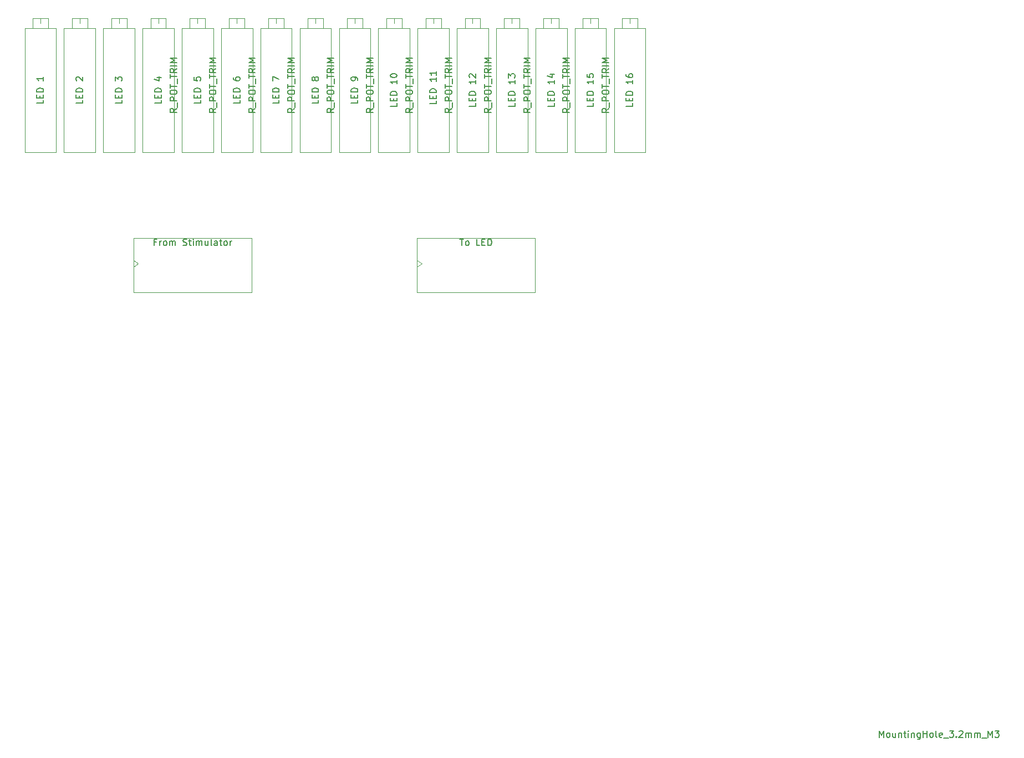
<source format=gbr>
G04 #@! TF.GenerationSoftware,KiCad,Pcbnew,(5.0.0)*
G04 #@! TF.CreationDate,2019-02-27T09:55:35+01:00*
G04 #@! TF.ProjectId,Potentiometer_mount_16LED,506F74656E74696F6D657465725F6D6F,rev?*
G04 #@! TF.SameCoordinates,Original*
G04 #@! TF.FileFunction,Other,Fab,Top*
%FSLAX46Y46*%
G04 Gerber Fmt 4.6, Leading zero omitted, Abs format (unit mm)*
G04 Created by KiCad (PCBNEW (5.0.0)) date 02/27/19 09:55:35*
%MOMM*%
%LPD*%
G01*
G04 APERTURE LIST*
%ADD10C,0.100000*%
%ADD11C,0.150000*%
G04 APERTURE END LIST*
D10*
G04 #@! TO.C, LED 11*
X83670000Y-44000000D02*
X78870000Y-44000000D01*
X78870000Y-44000000D02*
X78870000Y-63000000D01*
X78870000Y-63000000D02*
X83670000Y-63000000D01*
X83670000Y-63000000D02*
X83670000Y-44000000D01*
X82450000Y-42480000D02*
X80090000Y-42480000D01*
X80090000Y-42480000D02*
X80090000Y-44000000D01*
X80090000Y-44000000D02*
X82450000Y-44000000D01*
X82450000Y-44000000D02*
X82450000Y-42480000D01*
X81270000Y-42480000D02*
X81270000Y-43240000D01*
G04 #@! TO.C,LED 1*
X21270000Y-42480000D02*
X21270000Y-43240000D01*
X22450000Y-44000000D02*
X22450000Y-42480000D01*
X20090000Y-44000000D02*
X22450000Y-44000000D01*
X20090000Y-42480000D02*
X20090000Y-44000000D01*
X22450000Y-42480000D02*
X20090000Y-42480000D01*
X23670000Y-63000000D02*
X23670000Y-44000000D01*
X18870000Y-63000000D02*
X23670000Y-63000000D01*
X18870000Y-44000000D02*
X18870000Y-63000000D01*
X23670000Y-44000000D02*
X18870000Y-44000000D01*
G04 #@! TO.C,LED 2*
X29670000Y-44000000D02*
X24870000Y-44000000D01*
X24870000Y-44000000D02*
X24870000Y-63000000D01*
X24870000Y-63000000D02*
X29670000Y-63000000D01*
X29670000Y-63000000D02*
X29670000Y-44000000D01*
X28450000Y-42480000D02*
X26090000Y-42480000D01*
X26090000Y-42480000D02*
X26090000Y-44000000D01*
X26090000Y-44000000D02*
X28450000Y-44000000D01*
X28450000Y-44000000D02*
X28450000Y-42480000D01*
X27270000Y-42480000D02*
X27270000Y-43240000D01*
G04 #@! TO.C,LED 3*
X33270000Y-42480000D02*
X33270000Y-43240000D01*
X34450000Y-44000000D02*
X34450000Y-42480000D01*
X32090000Y-44000000D02*
X34450000Y-44000000D01*
X32090000Y-42480000D02*
X32090000Y-44000000D01*
X34450000Y-42480000D02*
X32090000Y-42480000D01*
X35670000Y-63000000D02*
X35670000Y-44000000D01*
X30870000Y-63000000D02*
X35670000Y-63000000D01*
X30870000Y-44000000D02*
X30870000Y-63000000D01*
X35670000Y-44000000D02*
X30870000Y-44000000D01*
G04 #@! TO.C,LED 4*
X41670000Y-44000000D02*
X36870000Y-44000000D01*
X36870000Y-44000000D02*
X36870000Y-63000000D01*
X36870000Y-63000000D02*
X41670000Y-63000000D01*
X41670000Y-63000000D02*
X41670000Y-44000000D01*
X40450000Y-42480000D02*
X38090000Y-42480000D01*
X38090000Y-42480000D02*
X38090000Y-44000000D01*
X38090000Y-44000000D02*
X40450000Y-44000000D01*
X40450000Y-44000000D02*
X40450000Y-42480000D01*
X39270000Y-42480000D02*
X39270000Y-43240000D01*
G04 #@! TO.C,LED 5*
X47670000Y-44000000D02*
X42870000Y-44000000D01*
X42870000Y-44000000D02*
X42870000Y-63000000D01*
X42870000Y-63000000D02*
X47670000Y-63000000D01*
X47670000Y-63000000D02*
X47670000Y-44000000D01*
X46450000Y-42480000D02*
X44090000Y-42480000D01*
X44090000Y-42480000D02*
X44090000Y-44000000D01*
X44090000Y-44000000D02*
X46450000Y-44000000D01*
X46450000Y-44000000D02*
X46450000Y-42480000D01*
X45270000Y-42480000D02*
X45270000Y-43240000D01*
G04 #@! TO.C,LED 6*
X51270000Y-42480000D02*
X51270000Y-43240000D01*
X52450000Y-44000000D02*
X52450000Y-42480000D01*
X50090000Y-44000000D02*
X52450000Y-44000000D01*
X50090000Y-42480000D02*
X50090000Y-44000000D01*
X52450000Y-42480000D02*
X50090000Y-42480000D01*
X53670000Y-63000000D02*
X53670000Y-44000000D01*
X48870000Y-63000000D02*
X53670000Y-63000000D01*
X48870000Y-44000000D02*
X48870000Y-63000000D01*
X53670000Y-44000000D02*
X48870000Y-44000000D01*
G04 #@! TO.C,LED 7*
X59670000Y-44000000D02*
X54870000Y-44000000D01*
X54870000Y-44000000D02*
X54870000Y-63000000D01*
X54870000Y-63000000D02*
X59670000Y-63000000D01*
X59670000Y-63000000D02*
X59670000Y-44000000D01*
X58450000Y-42480000D02*
X56090000Y-42480000D01*
X56090000Y-42480000D02*
X56090000Y-44000000D01*
X56090000Y-44000000D02*
X58450000Y-44000000D01*
X58450000Y-44000000D02*
X58450000Y-42480000D01*
X57270000Y-42480000D02*
X57270000Y-43240000D01*
G04 #@! TO.C,LED 8*
X63270000Y-42480000D02*
X63270000Y-43240000D01*
X64450000Y-44000000D02*
X64450000Y-42480000D01*
X62090000Y-44000000D02*
X64450000Y-44000000D01*
X62090000Y-42480000D02*
X62090000Y-44000000D01*
X64450000Y-42480000D02*
X62090000Y-42480000D01*
X65670000Y-63000000D02*
X65670000Y-44000000D01*
X60870000Y-63000000D02*
X65670000Y-63000000D01*
X60870000Y-44000000D02*
X60870000Y-63000000D01*
X65670000Y-44000000D02*
X60870000Y-44000000D01*
G04 #@! TO.C,LED 9*
X71670000Y-44000000D02*
X66870000Y-44000000D01*
X66870000Y-44000000D02*
X66870000Y-63000000D01*
X66870000Y-63000000D02*
X71670000Y-63000000D01*
X71670000Y-63000000D02*
X71670000Y-44000000D01*
X70450000Y-42480000D02*
X68090000Y-42480000D01*
X68090000Y-42480000D02*
X68090000Y-44000000D01*
X68090000Y-44000000D02*
X70450000Y-44000000D01*
X70450000Y-44000000D02*
X70450000Y-42480000D01*
X69270000Y-42480000D02*
X69270000Y-43240000D01*
G04 #@! TO.C,LED 10*
X75270000Y-42480000D02*
X75270000Y-43240000D01*
X76450000Y-44000000D02*
X76450000Y-42480000D01*
X74090000Y-44000000D02*
X76450000Y-44000000D01*
X74090000Y-42480000D02*
X74090000Y-44000000D01*
X76450000Y-42480000D02*
X74090000Y-42480000D01*
X77670000Y-63000000D02*
X77670000Y-44000000D01*
X72870000Y-63000000D02*
X77670000Y-63000000D01*
X72870000Y-44000000D02*
X72870000Y-63000000D01*
X77670000Y-44000000D02*
X72870000Y-44000000D01*
G04 #@! TO.C,LED 12*
X89670000Y-44000000D02*
X84870000Y-44000000D01*
X84870000Y-44000000D02*
X84870000Y-63000000D01*
X84870000Y-63000000D02*
X89670000Y-63000000D01*
X89670000Y-63000000D02*
X89670000Y-44000000D01*
X88450000Y-42480000D02*
X86090000Y-42480000D01*
X86090000Y-42480000D02*
X86090000Y-44000000D01*
X86090000Y-44000000D02*
X88450000Y-44000000D01*
X88450000Y-44000000D02*
X88450000Y-42480000D01*
X87270000Y-42480000D02*
X87270000Y-43240000D01*
G04 #@! TO.C,LED 13*
X95670000Y-44000000D02*
X90870000Y-44000000D01*
X90870000Y-44000000D02*
X90870000Y-63000000D01*
X90870000Y-63000000D02*
X95670000Y-63000000D01*
X95670000Y-63000000D02*
X95670000Y-44000000D01*
X94450000Y-42480000D02*
X92090000Y-42480000D01*
X92090000Y-42480000D02*
X92090000Y-44000000D01*
X92090000Y-44000000D02*
X94450000Y-44000000D01*
X94450000Y-44000000D02*
X94450000Y-42480000D01*
X93270000Y-42480000D02*
X93270000Y-43240000D01*
G04 #@! TO.C,LED 14*
X99270000Y-42480000D02*
X99270000Y-43240000D01*
X100450000Y-44000000D02*
X100450000Y-42480000D01*
X98090000Y-44000000D02*
X100450000Y-44000000D01*
X98090000Y-42480000D02*
X98090000Y-44000000D01*
X100450000Y-42480000D02*
X98090000Y-42480000D01*
X101670000Y-63000000D02*
X101670000Y-44000000D01*
X96870000Y-63000000D02*
X101670000Y-63000000D01*
X96870000Y-44000000D02*
X96870000Y-63000000D01*
X101670000Y-44000000D02*
X96870000Y-44000000D01*
G04 #@! TO.C,LED 15*
X107670000Y-44000000D02*
X102870000Y-44000000D01*
X102870000Y-44000000D02*
X102870000Y-63000000D01*
X102870000Y-63000000D02*
X107670000Y-63000000D01*
X107670000Y-63000000D02*
X107670000Y-44000000D01*
X106450000Y-42480000D02*
X104090000Y-42480000D01*
X104090000Y-42480000D02*
X104090000Y-44000000D01*
X104090000Y-44000000D02*
X106450000Y-44000000D01*
X106450000Y-44000000D02*
X106450000Y-42480000D01*
X105270000Y-42480000D02*
X105270000Y-43240000D01*
G04 #@! TO.C,LED 16*
X111270000Y-42480000D02*
X111270000Y-43240000D01*
X112450000Y-44000000D02*
X112450000Y-42480000D01*
X110090000Y-44000000D02*
X112450000Y-44000000D01*
X110090000Y-42480000D02*
X110090000Y-44000000D01*
X112450000Y-42480000D02*
X110090000Y-42480000D01*
X113670000Y-63000000D02*
X113670000Y-44000000D01*
X108870000Y-63000000D02*
X113670000Y-63000000D01*
X108870000Y-44000000D02*
X108870000Y-63000000D01*
X113670000Y-44000000D02*
X108870000Y-44000000D01*
G04 #@! TO.C,From Stimulator*
X35500000Y-76100000D02*
X35500000Y-84400000D01*
X35500000Y-84400000D02*
X53500000Y-84400000D01*
X53500000Y-84400000D02*
X53500000Y-76100000D01*
X53500000Y-76100000D02*
X35500000Y-76100000D01*
X35500000Y-80500000D02*
X36207107Y-80000000D01*
X36207107Y-80000000D02*
X35500000Y-79500000D01*
G04 #@! TO.C,To LED*
X79507107Y-80000000D02*
X78800000Y-79500000D01*
X78800000Y-80500000D02*
X79507107Y-80000000D01*
X96800000Y-76100000D02*
X78800000Y-76100000D01*
X96800000Y-84400000D02*
X96800000Y-76100000D01*
X78800000Y-84400000D02*
X96800000Y-84400000D01*
X78800000Y-76100000D02*
X78800000Y-84400000D01*
G04 #@! TD*
G04 #@! TO.C, LED 11*
D11*
X78072380Y-56287619D02*
X77596190Y-56620952D01*
X78072380Y-56859047D02*
X77072380Y-56859047D01*
X77072380Y-56478095D01*
X77120000Y-56382857D01*
X77167619Y-56335238D01*
X77262857Y-56287619D01*
X77405714Y-56287619D01*
X77500952Y-56335238D01*
X77548571Y-56382857D01*
X77596190Y-56478095D01*
X77596190Y-56859047D01*
X78167619Y-56097142D02*
X78167619Y-55335238D01*
X78072380Y-55097142D02*
X77072380Y-55097142D01*
X77072380Y-54716190D01*
X77120000Y-54620952D01*
X77167619Y-54573333D01*
X77262857Y-54525714D01*
X77405714Y-54525714D01*
X77500952Y-54573333D01*
X77548571Y-54620952D01*
X77596190Y-54716190D01*
X77596190Y-55097142D01*
X77072380Y-53906666D02*
X77072380Y-53716190D01*
X77120000Y-53620952D01*
X77215238Y-53525714D01*
X77405714Y-53478095D01*
X77739047Y-53478095D01*
X77929523Y-53525714D01*
X78024761Y-53620952D01*
X78072380Y-53716190D01*
X78072380Y-53906666D01*
X78024761Y-54001904D01*
X77929523Y-54097142D01*
X77739047Y-54144761D01*
X77405714Y-54144761D01*
X77215238Y-54097142D01*
X77120000Y-54001904D01*
X77072380Y-53906666D01*
X77072380Y-53192380D02*
X77072380Y-52620952D01*
X78072380Y-52906666D02*
X77072380Y-52906666D01*
X78167619Y-52525714D02*
X78167619Y-51763809D01*
X77072380Y-51668571D02*
X77072380Y-51097142D01*
X78072380Y-51382857D02*
X77072380Y-51382857D01*
X78072380Y-50192380D02*
X77596190Y-50525714D01*
X78072380Y-50763809D02*
X77072380Y-50763809D01*
X77072380Y-50382857D01*
X77120000Y-50287619D01*
X77167619Y-50240000D01*
X77262857Y-50192380D01*
X77405714Y-50192380D01*
X77500952Y-50240000D01*
X77548571Y-50287619D01*
X77596190Y-50382857D01*
X77596190Y-50763809D01*
X78072380Y-49763809D02*
X77072380Y-49763809D01*
X78072380Y-49287619D02*
X77072380Y-49287619D01*
X77786666Y-48954285D01*
X77072380Y-48620952D01*
X78072380Y-48620952D01*
X81722380Y-55095238D02*
X81722380Y-55571428D01*
X80722380Y-55571428D01*
X81198571Y-54761904D02*
X81198571Y-54428571D01*
X81722380Y-54285714D02*
X81722380Y-54761904D01*
X80722380Y-54761904D01*
X80722380Y-54285714D01*
X81722380Y-53857142D02*
X80722380Y-53857142D01*
X80722380Y-53619047D01*
X80770000Y-53476190D01*
X80865238Y-53380952D01*
X80960476Y-53333333D01*
X81150952Y-53285714D01*
X81293809Y-53285714D01*
X81484285Y-53333333D01*
X81579523Y-53380952D01*
X81674761Y-53476190D01*
X81722380Y-53619047D01*
X81722380Y-53857142D01*
X81722380Y-51571428D02*
X81722380Y-52142857D01*
X81722380Y-51857142D02*
X80722380Y-51857142D01*
X80865238Y-51952380D01*
X80960476Y-52047619D01*
X81008095Y-52142857D01*
X81722380Y-50619047D02*
X81722380Y-51190476D01*
X81722380Y-50904761D02*
X80722380Y-50904761D01*
X80865238Y-51000000D01*
X80960476Y-51095238D01*
X81008095Y-51190476D01*
G04 #@! TO.C,*
G04 #@! TO.C,LED 1*
X21722380Y-55000000D02*
X21722380Y-55476190D01*
X20722380Y-55476190D01*
X21198571Y-54666666D02*
X21198571Y-54333333D01*
X21722380Y-54190476D02*
X21722380Y-54666666D01*
X20722380Y-54666666D01*
X20722380Y-54190476D01*
X21722380Y-53761904D02*
X20722380Y-53761904D01*
X20722380Y-53523809D01*
X20770000Y-53380952D01*
X20865238Y-53285714D01*
X20960476Y-53238095D01*
X21150952Y-53190476D01*
X21293809Y-53190476D01*
X21484285Y-53238095D01*
X21579523Y-53285714D01*
X21674761Y-53380952D01*
X21722380Y-53523809D01*
X21722380Y-53761904D01*
X21722380Y-51476190D02*
X21722380Y-52047619D01*
X21722380Y-51761904D02*
X20722380Y-51761904D01*
X20865238Y-51857142D01*
X20960476Y-51952380D01*
X21008095Y-52047619D01*
G04 #@! TO.C,LED 2*
X27722380Y-55000000D02*
X27722380Y-55476190D01*
X26722380Y-55476190D01*
X27198571Y-54666666D02*
X27198571Y-54333333D01*
X27722380Y-54190476D02*
X27722380Y-54666666D01*
X26722380Y-54666666D01*
X26722380Y-54190476D01*
X27722380Y-53761904D02*
X26722380Y-53761904D01*
X26722380Y-53523809D01*
X26770000Y-53380952D01*
X26865238Y-53285714D01*
X26960476Y-53238095D01*
X27150952Y-53190476D01*
X27293809Y-53190476D01*
X27484285Y-53238095D01*
X27579523Y-53285714D01*
X27674761Y-53380952D01*
X27722380Y-53523809D01*
X27722380Y-53761904D01*
X26817619Y-52047619D02*
X26770000Y-52000000D01*
X26722380Y-51904761D01*
X26722380Y-51666666D01*
X26770000Y-51571428D01*
X26817619Y-51523809D01*
X26912857Y-51476190D01*
X27008095Y-51476190D01*
X27150952Y-51523809D01*
X27722380Y-52095238D01*
X27722380Y-51476190D01*
G04 #@! TO.C,LED 3*
X33722380Y-55000000D02*
X33722380Y-55476190D01*
X32722380Y-55476190D01*
X33198571Y-54666666D02*
X33198571Y-54333333D01*
X33722380Y-54190476D02*
X33722380Y-54666666D01*
X32722380Y-54666666D01*
X32722380Y-54190476D01*
X33722380Y-53761904D02*
X32722380Y-53761904D01*
X32722380Y-53523809D01*
X32770000Y-53380952D01*
X32865238Y-53285714D01*
X32960476Y-53238095D01*
X33150952Y-53190476D01*
X33293809Y-53190476D01*
X33484285Y-53238095D01*
X33579523Y-53285714D01*
X33674761Y-53380952D01*
X33722380Y-53523809D01*
X33722380Y-53761904D01*
X32722380Y-52095238D02*
X32722380Y-51476190D01*
X33103333Y-51809523D01*
X33103333Y-51666666D01*
X33150952Y-51571428D01*
X33198571Y-51523809D01*
X33293809Y-51476190D01*
X33531904Y-51476190D01*
X33627142Y-51523809D01*
X33674761Y-51571428D01*
X33722380Y-51666666D01*
X33722380Y-51952380D01*
X33674761Y-52047619D01*
X33627142Y-52095238D01*
G04 #@! TO.C,LED 4*
X39722380Y-55000000D02*
X39722380Y-55476190D01*
X38722380Y-55476190D01*
X39198571Y-54666666D02*
X39198571Y-54333333D01*
X39722380Y-54190476D02*
X39722380Y-54666666D01*
X38722380Y-54666666D01*
X38722380Y-54190476D01*
X39722380Y-53761904D02*
X38722380Y-53761904D01*
X38722380Y-53523809D01*
X38770000Y-53380952D01*
X38865238Y-53285714D01*
X38960476Y-53238095D01*
X39150952Y-53190476D01*
X39293809Y-53190476D01*
X39484285Y-53238095D01*
X39579523Y-53285714D01*
X39674761Y-53380952D01*
X39722380Y-53523809D01*
X39722380Y-53761904D01*
X39055714Y-51571428D02*
X39722380Y-51571428D01*
X38674761Y-51809523D02*
X39389047Y-52047619D01*
X39389047Y-51428571D01*
G04 #@! TO.C,LED 5*
X42072380Y-56287619D02*
X41596190Y-56620952D01*
X42072380Y-56859047D02*
X41072380Y-56859047D01*
X41072380Y-56478095D01*
X41120000Y-56382857D01*
X41167619Y-56335238D01*
X41262857Y-56287619D01*
X41405714Y-56287619D01*
X41500952Y-56335238D01*
X41548571Y-56382857D01*
X41596190Y-56478095D01*
X41596190Y-56859047D01*
X42167619Y-56097142D02*
X42167619Y-55335238D01*
X42072380Y-55097142D02*
X41072380Y-55097142D01*
X41072380Y-54716190D01*
X41120000Y-54620952D01*
X41167619Y-54573333D01*
X41262857Y-54525714D01*
X41405714Y-54525714D01*
X41500952Y-54573333D01*
X41548571Y-54620952D01*
X41596190Y-54716190D01*
X41596190Y-55097142D01*
X41072380Y-53906666D02*
X41072380Y-53716190D01*
X41120000Y-53620952D01*
X41215238Y-53525714D01*
X41405714Y-53478095D01*
X41739047Y-53478095D01*
X41929523Y-53525714D01*
X42024761Y-53620952D01*
X42072380Y-53716190D01*
X42072380Y-53906666D01*
X42024761Y-54001904D01*
X41929523Y-54097142D01*
X41739047Y-54144761D01*
X41405714Y-54144761D01*
X41215238Y-54097142D01*
X41120000Y-54001904D01*
X41072380Y-53906666D01*
X41072380Y-53192380D02*
X41072380Y-52620952D01*
X42072380Y-52906666D02*
X41072380Y-52906666D01*
X42167619Y-52525714D02*
X42167619Y-51763809D01*
X41072380Y-51668571D02*
X41072380Y-51097142D01*
X42072380Y-51382857D02*
X41072380Y-51382857D01*
X42072380Y-50192380D02*
X41596190Y-50525714D01*
X42072380Y-50763809D02*
X41072380Y-50763809D01*
X41072380Y-50382857D01*
X41120000Y-50287619D01*
X41167619Y-50240000D01*
X41262857Y-50192380D01*
X41405714Y-50192380D01*
X41500952Y-50240000D01*
X41548571Y-50287619D01*
X41596190Y-50382857D01*
X41596190Y-50763809D01*
X42072380Y-49763809D02*
X41072380Y-49763809D01*
X42072380Y-49287619D02*
X41072380Y-49287619D01*
X41786666Y-48954285D01*
X41072380Y-48620952D01*
X42072380Y-48620952D01*
X45722380Y-55000000D02*
X45722380Y-55476190D01*
X44722380Y-55476190D01*
X45198571Y-54666666D02*
X45198571Y-54333333D01*
X45722380Y-54190476D02*
X45722380Y-54666666D01*
X44722380Y-54666666D01*
X44722380Y-54190476D01*
X45722380Y-53761904D02*
X44722380Y-53761904D01*
X44722380Y-53523809D01*
X44770000Y-53380952D01*
X44865238Y-53285714D01*
X44960476Y-53238095D01*
X45150952Y-53190476D01*
X45293809Y-53190476D01*
X45484285Y-53238095D01*
X45579523Y-53285714D01*
X45674761Y-53380952D01*
X45722380Y-53523809D01*
X45722380Y-53761904D01*
X44722380Y-51523809D02*
X44722380Y-52000000D01*
X45198571Y-52047619D01*
X45150952Y-52000000D01*
X45103333Y-51904761D01*
X45103333Y-51666666D01*
X45150952Y-51571428D01*
X45198571Y-51523809D01*
X45293809Y-51476190D01*
X45531904Y-51476190D01*
X45627142Y-51523809D01*
X45674761Y-51571428D01*
X45722380Y-51666666D01*
X45722380Y-51904761D01*
X45674761Y-52000000D01*
X45627142Y-52047619D01*
G04 #@! TO.C,LED 6*
X48072380Y-56287619D02*
X47596190Y-56620952D01*
X48072380Y-56859047D02*
X47072380Y-56859047D01*
X47072380Y-56478095D01*
X47120000Y-56382857D01*
X47167619Y-56335238D01*
X47262857Y-56287619D01*
X47405714Y-56287619D01*
X47500952Y-56335238D01*
X47548571Y-56382857D01*
X47596190Y-56478095D01*
X47596190Y-56859047D01*
X48167619Y-56097142D02*
X48167619Y-55335238D01*
X48072380Y-55097142D02*
X47072380Y-55097142D01*
X47072380Y-54716190D01*
X47120000Y-54620952D01*
X47167619Y-54573333D01*
X47262857Y-54525714D01*
X47405714Y-54525714D01*
X47500952Y-54573333D01*
X47548571Y-54620952D01*
X47596190Y-54716190D01*
X47596190Y-55097142D01*
X47072380Y-53906666D02*
X47072380Y-53716190D01*
X47120000Y-53620952D01*
X47215238Y-53525714D01*
X47405714Y-53478095D01*
X47739047Y-53478095D01*
X47929523Y-53525714D01*
X48024761Y-53620952D01*
X48072380Y-53716190D01*
X48072380Y-53906666D01*
X48024761Y-54001904D01*
X47929523Y-54097142D01*
X47739047Y-54144761D01*
X47405714Y-54144761D01*
X47215238Y-54097142D01*
X47120000Y-54001904D01*
X47072380Y-53906666D01*
X47072380Y-53192380D02*
X47072380Y-52620952D01*
X48072380Y-52906666D02*
X47072380Y-52906666D01*
X48167619Y-52525714D02*
X48167619Y-51763809D01*
X47072380Y-51668571D02*
X47072380Y-51097142D01*
X48072380Y-51382857D02*
X47072380Y-51382857D01*
X48072380Y-50192380D02*
X47596190Y-50525714D01*
X48072380Y-50763809D02*
X47072380Y-50763809D01*
X47072380Y-50382857D01*
X47120000Y-50287619D01*
X47167619Y-50240000D01*
X47262857Y-50192380D01*
X47405714Y-50192380D01*
X47500952Y-50240000D01*
X47548571Y-50287619D01*
X47596190Y-50382857D01*
X47596190Y-50763809D01*
X48072380Y-49763809D02*
X47072380Y-49763809D01*
X48072380Y-49287619D02*
X47072380Y-49287619D01*
X47786666Y-48954285D01*
X47072380Y-48620952D01*
X48072380Y-48620952D01*
X51722380Y-55000000D02*
X51722380Y-55476190D01*
X50722380Y-55476190D01*
X51198571Y-54666666D02*
X51198571Y-54333333D01*
X51722380Y-54190476D02*
X51722380Y-54666666D01*
X50722380Y-54666666D01*
X50722380Y-54190476D01*
X51722380Y-53761904D02*
X50722380Y-53761904D01*
X50722380Y-53523809D01*
X50770000Y-53380952D01*
X50865238Y-53285714D01*
X50960476Y-53238095D01*
X51150952Y-53190476D01*
X51293809Y-53190476D01*
X51484285Y-53238095D01*
X51579523Y-53285714D01*
X51674761Y-53380952D01*
X51722380Y-53523809D01*
X51722380Y-53761904D01*
X50722380Y-51571428D02*
X50722380Y-51761904D01*
X50770000Y-51857142D01*
X50817619Y-51904761D01*
X50960476Y-52000000D01*
X51150952Y-52047619D01*
X51531904Y-52047619D01*
X51627142Y-52000000D01*
X51674761Y-51952380D01*
X51722380Y-51857142D01*
X51722380Y-51666666D01*
X51674761Y-51571428D01*
X51627142Y-51523809D01*
X51531904Y-51476190D01*
X51293809Y-51476190D01*
X51198571Y-51523809D01*
X51150952Y-51571428D01*
X51103333Y-51666666D01*
X51103333Y-51857142D01*
X51150952Y-51952380D01*
X51198571Y-52000000D01*
X51293809Y-52047619D01*
G04 #@! TO.C,LED 7*
X54072380Y-56287619D02*
X53596190Y-56620952D01*
X54072380Y-56859047D02*
X53072380Y-56859047D01*
X53072380Y-56478095D01*
X53120000Y-56382857D01*
X53167619Y-56335238D01*
X53262857Y-56287619D01*
X53405714Y-56287619D01*
X53500952Y-56335238D01*
X53548571Y-56382857D01*
X53596190Y-56478095D01*
X53596190Y-56859047D01*
X54167619Y-56097142D02*
X54167619Y-55335238D01*
X54072380Y-55097142D02*
X53072380Y-55097142D01*
X53072380Y-54716190D01*
X53120000Y-54620952D01*
X53167619Y-54573333D01*
X53262857Y-54525714D01*
X53405714Y-54525714D01*
X53500952Y-54573333D01*
X53548571Y-54620952D01*
X53596190Y-54716190D01*
X53596190Y-55097142D01*
X53072380Y-53906666D02*
X53072380Y-53716190D01*
X53120000Y-53620952D01*
X53215238Y-53525714D01*
X53405714Y-53478095D01*
X53739047Y-53478095D01*
X53929523Y-53525714D01*
X54024761Y-53620952D01*
X54072380Y-53716190D01*
X54072380Y-53906666D01*
X54024761Y-54001904D01*
X53929523Y-54097142D01*
X53739047Y-54144761D01*
X53405714Y-54144761D01*
X53215238Y-54097142D01*
X53120000Y-54001904D01*
X53072380Y-53906666D01*
X53072380Y-53192380D02*
X53072380Y-52620952D01*
X54072380Y-52906666D02*
X53072380Y-52906666D01*
X54167619Y-52525714D02*
X54167619Y-51763809D01*
X53072380Y-51668571D02*
X53072380Y-51097142D01*
X54072380Y-51382857D02*
X53072380Y-51382857D01*
X54072380Y-50192380D02*
X53596190Y-50525714D01*
X54072380Y-50763809D02*
X53072380Y-50763809D01*
X53072380Y-50382857D01*
X53120000Y-50287619D01*
X53167619Y-50240000D01*
X53262857Y-50192380D01*
X53405714Y-50192380D01*
X53500952Y-50240000D01*
X53548571Y-50287619D01*
X53596190Y-50382857D01*
X53596190Y-50763809D01*
X54072380Y-49763809D02*
X53072380Y-49763809D01*
X54072380Y-49287619D02*
X53072380Y-49287619D01*
X53786666Y-48954285D01*
X53072380Y-48620952D01*
X54072380Y-48620952D01*
X57722380Y-55000000D02*
X57722380Y-55476190D01*
X56722380Y-55476190D01*
X57198571Y-54666666D02*
X57198571Y-54333333D01*
X57722380Y-54190476D02*
X57722380Y-54666666D01*
X56722380Y-54666666D01*
X56722380Y-54190476D01*
X57722380Y-53761904D02*
X56722380Y-53761904D01*
X56722380Y-53523809D01*
X56770000Y-53380952D01*
X56865238Y-53285714D01*
X56960476Y-53238095D01*
X57150952Y-53190476D01*
X57293809Y-53190476D01*
X57484285Y-53238095D01*
X57579523Y-53285714D01*
X57674761Y-53380952D01*
X57722380Y-53523809D01*
X57722380Y-53761904D01*
X56722380Y-52095238D02*
X56722380Y-51428571D01*
X57722380Y-51857142D01*
G04 #@! TO.C,LED 8*
X60072380Y-56287619D02*
X59596190Y-56620952D01*
X60072380Y-56859047D02*
X59072380Y-56859047D01*
X59072380Y-56478095D01*
X59120000Y-56382857D01*
X59167619Y-56335238D01*
X59262857Y-56287619D01*
X59405714Y-56287619D01*
X59500952Y-56335238D01*
X59548571Y-56382857D01*
X59596190Y-56478095D01*
X59596190Y-56859047D01*
X60167619Y-56097142D02*
X60167619Y-55335238D01*
X60072380Y-55097142D02*
X59072380Y-55097142D01*
X59072380Y-54716190D01*
X59120000Y-54620952D01*
X59167619Y-54573333D01*
X59262857Y-54525714D01*
X59405714Y-54525714D01*
X59500952Y-54573333D01*
X59548571Y-54620952D01*
X59596190Y-54716190D01*
X59596190Y-55097142D01*
X59072380Y-53906666D02*
X59072380Y-53716190D01*
X59120000Y-53620952D01*
X59215238Y-53525714D01*
X59405714Y-53478095D01*
X59739047Y-53478095D01*
X59929523Y-53525714D01*
X60024761Y-53620952D01*
X60072380Y-53716190D01*
X60072380Y-53906666D01*
X60024761Y-54001904D01*
X59929523Y-54097142D01*
X59739047Y-54144761D01*
X59405714Y-54144761D01*
X59215238Y-54097142D01*
X59120000Y-54001904D01*
X59072380Y-53906666D01*
X59072380Y-53192380D02*
X59072380Y-52620952D01*
X60072380Y-52906666D02*
X59072380Y-52906666D01*
X60167619Y-52525714D02*
X60167619Y-51763809D01*
X59072380Y-51668571D02*
X59072380Y-51097142D01*
X60072380Y-51382857D02*
X59072380Y-51382857D01*
X60072380Y-50192380D02*
X59596190Y-50525714D01*
X60072380Y-50763809D02*
X59072380Y-50763809D01*
X59072380Y-50382857D01*
X59120000Y-50287619D01*
X59167619Y-50240000D01*
X59262857Y-50192380D01*
X59405714Y-50192380D01*
X59500952Y-50240000D01*
X59548571Y-50287619D01*
X59596190Y-50382857D01*
X59596190Y-50763809D01*
X60072380Y-49763809D02*
X59072380Y-49763809D01*
X60072380Y-49287619D02*
X59072380Y-49287619D01*
X59786666Y-48954285D01*
X59072380Y-48620952D01*
X60072380Y-48620952D01*
X63722380Y-55000000D02*
X63722380Y-55476190D01*
X62722380Y-55476190D01*
X63198571Y-54666666D02*
X63198571Y-54333333D01*
X63722380Y-54190476D02*
X63722380Y-54666666D01*
X62722380Y-54666666D01*
X62722380Y-54190476D01*
X63722380Y-53761904D02*
X62722380Y-53761904D01*
X62722380Y-53523809D01*
X62770000Y-53380952D01*
X62865238Y-53285714D01*
X62960476Y-53238095D01*
X63150952Y-53190476D01*
X63293809Y-53190476D01*
X63484285Y-53238095D01*
X63579523Y-53285714D01*
X63674761Y-53380952D01*
X63722380Y-53523809D01*
X63722380Y-53761904D01*
X63150952Y-51857142D02*
X63103333Y-51952380D01*
X63055714Y-52000000D01*
X62960476Y-52047619D01*
X62912857Y-52047619D01*
X62817619Y-52000000D01*
X62770000Y-51952380D01*
X62722380Y-51857142D01*
X62722380Y-51666666D01*
X62770000Y-51571428D01*
X62817619Y-51523809D01*
X62912857Y-51476190D01*
X62960476Y-51476190D01*
X63055714Y-51523809D01*
X63103333Y-51571428D01*
X63150952Y-51666666D01*
X63150952Y-51857142D01*
X63198571Y-51952380D01*
X63246190Y-52000000D01*
X63341428Y-52047619D01*
X63531904Y-52047619D01*
X63627142Y-52000000D01*
X63674761Y-51952380D01*
X63722380Y-51857142D01*
X63722380Y-51666666D01*
X63674761Y-51571428D01*
X63627142Y-51523809D01*
X63531904Y-51476190D01*
X63341428Y-51476190D01*
X63246190Y-51523809D01*
X63198571Y-51571428D01*
X63150952Y-51666666D01*
G04 #@! TO.C,LED 9*
X66072380Y-56287619D02*
X65596190Y-56620952D01*
X66072380Y-56859047D02*
X65072380Y-56859047D01*
X65072380Y-56478095D01*
X65120000Y-56382857D01*
X65167619Y-56335238D01*
X65262857Y-56287619D01*
X65405714Y-56287619D01*
X65500952Y-56335238D01*
X65548571Y-56382857D01*
X65596190Y-56478095D01*
X65596190Y-56859047D01*
X66167619Y-56097142D02*
X66167619Y-55335238D01*
X66072380Y-55097142D02*
X65072380Y-55097142D01*
X65072380Y-54716190D01*
X65120000Y-54620952D01*
X65167619Y-54573333D01*
X65262857Y-54525714D01*
X65405714Y-54525714D01*
X65500952Y-54573333D01*
X65548571Y-54620952D01*
X65596190Y-54716190D01*
X65596190Y-55097142D01*
X65072380Y-53906666D02*
X65072380Y-53716190D01*
X65120000Y-53620952D01*
X65215238Y-53525714D01*
X65405714Y-53478095D01*
X65739047Y-53478095D01*
X65929523Y-53525714D01*
X66024761Y-53620952D01*
X66072380Y-53716190D01*
X66072380Y-53906666D01*
X66024761Y-54001904D01*
X65929523Y-54097142D01*
X65739047Y-54144761D01*
X65405714Y-54144761D01*
X65215238Y-54097142D01*
X65120000Y-54001904D01*
X65072380Y-53906666D01*
X65072380Y-53192380D02*
X65072380Y-52620952D01*
X66072380Y-52906666D02*
X65072380Y-52906666D01*
X66167619Y-52525714D02*
X66167619Y-51763809D01*
X65072380Y-51668571D02*
X65072380Y-51097142D01*
X66072380Y-51382857D02*
X65072380Y-51382857D01*
X66072380Y-50192380D02*
X65596190Y-50525714D01*
X66072380Y-50763809D02*
X65072380Y-50763809D01*
X65072380Y-50382857D01*
X65120000Y-50287619D01*
X65167619Y-50240000D01*
X65262857Y-50192380D01*
X65405714Y-50192380D01*
X65500952Y-50240000D01*
X65548571Y-50287619D01*
X65596190Y-50382857D01*
X65596190Y-50763809D01*
X66072380Y-49763809D02*
X65072380Y-49763809D01*
X66072380Y-49287619D02*
X65072380Y-49287619D01*
X65786666Y-48954285D01*
X65072380Y-48620952D01*
X66072380Y-48620952D01*
X69722380Y-55000000D02*
X69722380Y-55476190D01*
X68722380Y-55476190D01*
X69198571Y-54666666D02*
X69198571Y-54333333D01*
X69722380Y-54190476D02*
X69722380Y-54666666D01*
X68722380Y-54666666D01*
X68722380Y-54190476D01*
X69722380Y-53761904D02*
X68722380Y-53761904D01*
X68722380Y-53523809D01*
X68770000Y-53380952D01*
X68865238Y-53285714D01*
X68960476Y-53238095D01*
X69150952Y-53190476D01*
X69293809Y-53190476D01*
X69484285Y-53238095D01*
X69579523Y-53285714D01*
X69674761Y-53380952D01*
X69722380Y-53523809D01*
X69722380Y-53761904D01*
X69722380Y-51952380D02*
X69722380Y-51761904D01*
X69674761Y-51666666D01*
X69627142Y-51619047D01*
X69484285Y-51523809D01*
X69293809Y-51476190D01*
X68912857Y-51476190D01*
X68817619Y-51523809D01*
X68770000Y-51571428D01*
X68722380Y-51666666D01*
X68722380Y-51857142D01*
X68770000Y-51952380D01*
X68817619Y-52000000D01*
X68912857Y-52047619D01*
X69150952Y-52047619D01*
X69246190Y-52000000D01*
X69293809Y-51952380D01*
X69341428Y-51857142D01*
X69341428Y-51666666D01*
X69293809Y-51571428D01*
X69246190Y-51523809D01*
X69150952Y-51476190D01*
G04 #@! TO.C,LED 10*
X72072380Y-56287619D02*
X71596190Y-56620952D01*
X72072380Y-56859047D02*
X71072380Y-56859047D01*
X71072380Y-56478095D01*
X71120000Y-56382857D01*
X71167619Y-56335238D01*
X71262857Y-56287619D01*
X71405714Y-56287619D01*
X71500952Y-56335238D01*
X71548571Y-56382857D01*
X71596190Y-56478095D01*
X71596190Y-56859047D01*
X72167619Y-56097142D02*
X72167619Y-55335238D01*
X72072380Y-55097142D02*
X71072380Y-55097142D01*
X71072380Y-54716190D01*
X71120000Y-54620952D01*
X71167619Y-54573333D01*
X71262857Y-54525714D01*
X71405714Y-54525714D01*
X71500952Y-54573333D01*
X71548571Y-54620952D01*
X71596190Y-54716190D01*
X71596190Y-55097142D01*
X71072380Y-53906666D02*
X71072380Y-53716190D01*
X71120000Y-53620952D01*
X71215238Y-53525714D01*
X71405714Y-53478095D01*
X71739047Y-53478095D01*
X71929523Y-53525714D01*
X72024761Y-53620952D01*
X72072380Y-53716190D01*
X72072380Y-53906666D01*
X72024761Y-54001904D01*
X71929523Y-54097142D01*
X71739047Y-54144761D01*
X71405714Y-54144761D01*
X71215238Y-54097142D01*
X71120000Y-54001904D01*
X71072380Y-53906666D01*
X71072380Y-53192380D02*
X71072380Y-52620952D01*
X72072380Y-52906666D02*
X71072380Y-52906666D01*
X72167619Y-52525714D02*
X72167619Y-51763809D01*
X71072380Y-51668571D02*
X71072380Y-51097142D01*
X72072380Y-51382857D02*
X71072380Y-51382857D01*
X72072380Y-50192380D02*
X71596190Y-50525714D01*
X72072380Y-50763809D02*
X71072380Y-50763809D01*
X71072380Y-50382857D01*
X71120000Y-50287619D01*
X71167619Y-50240000D01*
X71262857Y-50192380D01*
X71405714Y-50192380D01*
X71500952Y-50240000D01*
X71548571Y-50287619D01*
X71596190Y-50382857D01*
X71596190Y-50763809D01*
X72072380Y-49763809D02*
X71072380Y-49763809D01*
X72072380Y-49287619D02*
X71072380Y-49287619D01*
X71786666Y-48954285D01*
X71072380Y-48620952D01*
X72072380Y-48620952D01*
X75722380Y-55476190D02*
X75722380Y-55952380D01*
X74722380Y-55952380D01*
X75198571Y-55142857D02*
X75198571Y-54809523D01*
X75722380Y-54666666D02*
X75722380Y-55142857D01*
X74722380Y-55142857D01*
X74722380Y-54666666D01*
X75722380Y-54238095D02*
X74722380Y-54238095D01*
X74722380Y-54000000D01*
X74770000Y-53857142D01*
X74865238Y-53761904D01*
X74960476Y-53714285D01*
X75150952Y-53666666D01*
X75293809Y-53666666D01*
X75484285Y-53714285D01*
X75579523Y-53761904D01*
X75674761Y-53857142D01*
X75722380Y-54000000D01*
X75722380Y-54238095D01*
X75722380Y-51952380D02*
X75722380Y-52523809D01*
X75722380Y-52238095D02*
X74722380Y-52238095D01*
X74865238Y-52333333D01*
X74960476Y-52428571D01*
X75008095Y-52523809D01*
X74722380Y-51333333D02*
X74722380Y-51238095D01*
X74770000Y-51142857D01*
X74817619Y-51095238D01*
X74912857Y-51047619D01*
X75103333Y-51000000D01*
X75341428Y-51000000D01*
X75531904Y-51047619D01*
X75627142Y-51095238D01*
X75674761Y-51142857D01*
X75722380Y-51238095D01*
X75722380Y-51333333D01*
X75674761Y-51428571D01*
X75627142Y-51476190D01*
X75531904Y-51523809D01*
X75341428Y-51571428D01*
X75103333Y-51571428D01*
X74912857Y-51523809D01*
X74817619Y-51476190D01*
X74770000Y-51428571D01*
X74722380Y-51333333D01*
G04 #@! TO.C,LED 12*
X84072380Y-56287619D02*
X83596190Y-56620952D01*
X84072380Y-56859047D02*
X83072380Y-56859047D01*
X83072380Y-56478095D01*
X83120000Y-56382857D01*
X83167619Y-56335238D01*
X83262857Y-56287619D01*
X83405714Y-56287619D01*
X83500952Y-56335238D01*
X83548571Y-56382857D01*
X83596190Y-56478095D01*
X83596190Y-56859047D01*
X84167619Y-56097142D02*
X84167619Y-55335238D01*
X84072380Y-55097142D02*
X83072380Y-55097142D01*
X83072380Y-54716190D01*
X83120000Y-54620952D01*
X83167619Y-54573333D01*
X83262857Y-54525714D01*
X83405714Y-54525714D01*
X83500952Y-54573333D01*
X83548571Y-54620952D01*
X83596190Y-54716190D01*
X83596190Y-55097142D01*
X83072380Y-53906666D02*
X83072380Y-53716190D01*
X83120000Y-53620952D01*
X83215238Y-53525714D01*
X83405714Y-53478095D01*
X83739047Y-53478095D01*
X83929523Y-53525714D01*
X84024761Y-53620952D01*
X84072380Y-53716190D01*
X84072380Y-53906666D01*
X84024761Y-54001904D01*
X83929523Y-54097142D01*
X83739047Y-54144761D01*
X83405714Y-54144761D01*
X83215238Y-54097142D01*
X83120000Y-54001904D01*
X83072380Y-53906666D01*
X83072380Y-53192380D02*
X83072380Y-52620952D01*
X84072380Y-52906666D02*
X83072380Y-52906666D01*
X84167619Y-52525714D02*
X84167619Y-51763809D01*
X83072380Y-51668571D02*
X83072380Y-51097142D01*
X84072380Y-51382857D02*
X83072380Y-51382857D01*
X84072380Y-50192380D02*
X83596190Y-50525714D01*
X84072380Y-50763809D02*
X83072380Y-50763809D01*
X83072380Y-50382857D01*
X83120000Y-50287619D01*
X83167619Y-50240000D01*
X83262857Y-50192380D01*
X83405714Y-50192380D01*
X83500952Y-50240000D01*
X83548571Y-50287619D01*
X83596190Y-50382857D01*
X83596190Y-50763809D01*
X84072380Y-49763809D02*
X83072380Y-49763809D01*
X84072380Y-49287619D02*
X83072380Y-49287619D01*
X83786666Y-48954285D01*
X83072380Y-48620952D01*
X84072380Y-48620952D01*
X87722380Y-55476190D02*
X87722380Y-55952380D01*
X86722380Y-55952380D01*
X87198571Y-55142857D02*
X87198571Y-54809523D01*
X87722380Y-54666666D02*
X87722380Y-55142857D01*
X86722380Y-55142857D01*
X86722380Y-54666666D01*
X87722380Y-54238095D02*
X86722380Y-54238095D01*
X86722380Y-54000000D01*
X86770000Y-53857142D01*
X86865238Y-53761904D01*
X86960476Y-53714285D01*
X87150952Y-53666666D01*
X87293809Y-53666666D01*
X87484285Y-53714285D01*
X87579523Y-53761904D01*
X87674761Y-53857142D01*
X87722380Y-54000000D01*
X87722380Y-54238095D01*
X87722380Y-51952380D02*
X87722380Y-52523809D01*
X87722380Y-52238095D02*
X86722380Y-52238095D01*
X86865238Y-52333333D01*
X86960476Y-52428571D01*
X87008095Y-52523809D01*
X86817619Y-51571428D02*
X86770000Y-51523809D01*
X86722380Y-51428571D01*
X86722380Y-51190476D01*
X86770000Y-51095238D01*
X86817619Y-51047619D01*
X86912857Y-51000000D01*
X87008095Y-51000000D01*
X87150952Y-51047619D01*
X87722380Y-51619047D01*
X87722380Y-51000000D01*
G04 #@! TO.C,LED 13*
X90072380Y-56287619D02*
X89596190Y-56620952D01*
X90072380Y-56859047D02*
X89072380Y-56859047D01*
X89072380Y-56478095D01*
X89120000Y-56382857D01*
X89167619Y-56335238D01*
X89262857Y-56287619D01*
X89405714Y-56287619D01*
X89500952Y-56335238D01*
X89548571Y-56382857D01*
X89596190Y-56478095D01*
X89596190Y-56859047D01*
X90167619Y-56097142D02*
X90167619Y-55335238D01*
X90072380Y-55097142D02*
X89072380Y-55097142D01*
X89072380Y-54716190D01*
X89120000Y-54620952D01*
X89167619Y-54573333D01*
X89262857Y-54525714D01*
X89405714Y-54525714D01*
X89500952Y-54573333D01*
X89548571Y-54620952D01*
X89596190Y-54716190D01*
X89596190Y-55097142D01*
X89072380Y-53906666D02*
X89072380Y-53716190D01*
X89120000Y-53620952D01*
X89215238Y-53525714D01*
X89405714Y-53478095D01*
X89739047Y-53478095D01*
X89929523Y-53525714D01*
X90024761Y-53620952D01*
X90072380Y-53716190D01*
X90072380Y-53906666D01*
X90024761Y-54001904D01*
X89929523Y-54097142D01*
X89739047Y-54144761D01*
X89405714Y-54144761D01*
X89215238Y-54097142D01*
X89120000Y-54001904D01*
X89072380Y-53906666D01*
X89072380Y-53192380D02*
X89072380Y-52620952D01*
X90072380Y-52906666D02*
X89072380Y-52906666D01*
X90167619Y-52525714D02*
X90167619Y-51763809D01*
X89072380Y-51668571D02*
X89072380Y-51097142D01*
X90072380Y-51382857D02*
X89072380Y-51382857D01*
X90072380Y-50192380D02*
X89596190Y-50525714D01*
X90072380Y-50763809D02*
X89072380Y-50763809D01*
X89072380Y-50382857D01*
X89120000Y-50287619D01*
X89167619Y-50240000D01*
X89262857Y-50192380D01*
X89405714Y-50192380D01*
X89500952Y-50240000D01*
X89548571Y-50287619D01*
X89596190Y-50382857D01*
X89596190Y-50763809D01*
X90072380Y-49763809D02*
X89072380Y-49763809D01*
X90072380Y-49287619D02*
X89072380Y-49287619D01*
X89786666Y-48954285D01*
X89072380Y-48620952D01*
X90072380Y-48620952D01*
X93722380Y-55476190D02*
X93722380Y-55952380D01*
X92722380Y-55952380D01*
X93198571Y-55142857D02*
X93198571Y-54809523D01*
X93722380Y-54666666D02*
X93722380Y-55142857D01*
X92722380Y-55142857D01*
X92722380Y-54666666D01*
X93722380Y-54238095D02*
X92722380Y-54238095D01*
X92722380Y-54000000D01*
X92770000Y-53857142D01*
X92865238Y-53761904D01*
X92960476Y-53714285D01*
X93150952Y-53666666D01*
X93293809Y-53666666D01*
X93484285Y-53714285D01*
X93579523Y-53761904D01*
X93674761Y-53857142D01*
X93722380Y-54000000D01*
X93722380Y-54238095D01*
X93722380Y-51952380D02*
X93722380Y-52523809D01*
X93722380Y-52238095D02*
X92722380Y-52238095D01*
X92865238Y-52333333D01*
X92960476Y-52428571D01*
X93008095Y-52523809D01*
X92722380Y-51619047D02*
X92722380Y-51000000D01*
X93103333Y-51333333D01*
X93103333Y-51190476D01*
X93150952Y-51095238D01*
X93198571Y-51047619D01*
X93293809Y-51000000D01*
X93531904Y-51000000D01*
X93627142Y-51047619D01*
X93674761Y-51095238D01*
X93722380Y-51190476D01*
X93722380Y-51476190D01*
X93674761Y-51571428D01*
X93627142Y-51619047D01*
G04 #@! TO.C,LED 14*
X96072380Y-56287619D02*
X95596190Y-56620952D01*
X96072380Y-56859047D02*
X95072380Y-56859047D01*
X95072380Y-56478095D01*
X95120000Y-56382857D01*
X95167619Y-56335238D01*
X95262857Y-56287619D01*
X95405714Y-56287619D01*
X95500952Y-56335238D01*
X95548571Y-56382857D01*
X95596190Y-56478095D01*
X95596190Y-56859047D01*
X96167619Y-56097142D02*
X96167619Y-55335238D01*
X96072380Y-55097142D02*
X95072380Y-55097142D01*
X95072380Y-54716190D01*
X95120000Y-54620952D01*
X95167619Y-54573333D01*
X95262857Y-54525714D01*
X95405714Y-54525714D01*
X95500952Y-54573333D01*
X95548571Y-54620952D01*
X95596190Y-54716190D01*
X95596190Y-55097142D01*
X95072380Y-53906666D02*
X95072380Y-53716190D01*
X95120000Y-53620952D01*
X95215238Y-53525714D01*
X95405714Y-53478095D01*
X95739047Y-53478095D01*
X95929523Y-53525714D01*
X96024761Y-53620952D01*
X96072380Y-53716190D01*
X96072380Y-53906666D01*
X96024761Y-54001904D01*
X95929523Y-54097142D01*
X95739047Y-54144761D01*
X95405714Y-54144761D01*
X95215238Y-54097142D01*
X95120000Y-54001904D01*
X95072380Y-53906666D01*
X95072380Y-53192380D02*
X95072380Y-52620952D01*
X96072380Y-52906666D02*
X95072380Y-52906666D01*
X96167619Y-52525714D02*
X96167619Y-51763809D01*
X95072380Y-51668571D02*
X95072380Y-51097142D01*
X96072380Y-51382857D02*
X95072380Y-51382857D01*
X96072380Y-50192380D02*
X95596190Y-50525714D01*
X96072380Y-50763809D02*
X95072380Y-50763809D01*
X95072380Y-50382857D01*
X95120000Y-50287619D01*
X95167619Y-50240000D01*
X95262857Y-50192380D01*
X95405714Y-50192380D01*
X95500952Y-50240000D01*
X95548571Y-50287619D01*
X95596190Y-50382857D01*
X95596190Y-50763809D01*
X96072380Y-49763809D02*
X95072380Y-49763809D01*
X96072380Y-49287619D02*
X95072380Y-49287619D01*
X95786666Y-48954285D01*
X95072380Y-48620952D01*
X96072380Y-48620952D01*
X99722380Y-55476190D02*
X99722380Y-55952380D01*
X98722380Y-55952380D01*
X99198571Y-55142857D02*
X99198571Y-54809523D01*
X99722380Y-54666666D02*
X99722380Y-55142857D01*
X98722380Y-55142857D01*
X98722380Y-54666666D01*
X99722380Y-54238095D02*
X98722380Y-54238095D01*
X98722380Y-54000000D01*
X98770000Y-53857142D01*
X98865238Y-53761904D01*
X98960476Y-53714285D01*
X99150952Y-53666666D01*
X99293809Y-53666666D01*
X99484285Y-53714285D01*
X99579523Y-53761904D01*
X99674761Y-53857142D01*
X99722380Y-54000000D01*
X99722380Y-54238095D01*
X99722380Y-51952380D02*
X99722380Y-52523809D01*
X99722380Y-52238095D02*
X98722380Y-52238095D01*
X98865238Y-52333333D01*
X98960476Y-52428571D01*
X99008095Y-52523809D01*
X99055714Y-51095238D02*
X99722380Y-51095238D01*
X98674761Y-51333333D02*
X99389047Y-51571428D01*
X99389047Y-50952380D01*
G04 #@! TO.C,LED 15*
X102072380Y-56287619D02*
X101596190Y-56620952D01*
X102072380Y-56859047D02*
X101072380Y-56859047D01*
X101072380Y-56478095D01*
X101120000Y-56382857D01*
X101167619Y-56335238D01*
X101262857Y-56287619D01*
X101405714Y-56287619D01*
X101500952Y-56335238D01*
X101548571Y-56382857D01*
X101596190Y-56478095D01*
X101596190Y-56859047D01*
X102167619Y-56097142D02*
X102167619Y-55335238D01*
X102072380Y-55097142D02*
X101072380Y-55097142D01*
X101072380Y-54716190D01*
X101120000Y-54620952D01*
X101167619Y-54573333D01*
X101262857Y-54525714D01*
X101405714Y-54525714D01*
X101500952Y-54573333D01*
X101548571Y-54620952D01*
X101596190Y-54716190D01*
X101596190Y-55097142D01*
X101072380Y-53906666D02*
X101072380Y-53716190D01*
X101120000Y-53620952D01*
X101215238Y-53525714D01*
X101405714Y-53478095D01*
X101739047Y-53478095D01*
X101929523Y-53525714D01*
X102024761Y-53620952D01*
X102072380Y-53716190D01*
X102072380Y-53906666D01*
X102024761Y-54001904D01*
X101929523Y-54097142D01*
X101739047Y-54144761D01*
X101405714Y-54144761D01*
X101215238Y-54097142D01*
X101120000Y-54001904D01*
X101072380Y-53906666D01*
X101072380Y-53192380D02*
X101072380Y-52620952D01*
X102072380Y-52906666D02*
X101072380Y-52906666D01*
X102167619Y-52525714D02*
X102167619Y-51763809D01*
X101072380Y-51668571D02*
X101072380Y-51097142D01*
X102072380Y-51382857D02*
X101072380Y-51382857D01*
X102072380Y-50192380D02*
X101596190Y-50525714D01*
X102072380Y-50763809D02*
X101072380Y-50763809D01*
X101072380Y-50382857D01*
X101120000Y-50287619D01*
X101167619Y-50240000D01*
X101262857Y-50192380D01*
X101405714Y-50192380D01*
X101500952Y-50240000D01*
X101548571Y-50287619D01*
X101596190Y-50382857D01*
X101596190Y-50763809D01*
X102072380Y-49763809D02*
X101072380Y-49763809D01*
X102072380Y-49287619D02*
X101072380Y-49287619D01*
X101786666Y-48954285D01*
X101072380Y-48620952D01*
X102072380Y-48620952D01*
X105722380Y-55476190D02*
X105722380Y-55952380D01*
X104722380Y-55952380D01*
X105198571Y-55142857D02*
X105198571Y-54809523D01*
X105722380Y-54666666D02*
X105722380Y-55142857D01*
X104722380Y-55142857D01*
X104722380Y-54666666D01*
X105722380Y-54238095D02*
X104722380Y-54238095D01*
X104722380Y-54000000D01*
X104770000Y-53857142D01*
X104865238Y-53761904D01*
X104960476Y-53714285D01*
X105150952Y-53666666D01*
X105293809Y-53666666D01*
X105484285Y-53714285D01*
X105579523Y-53761904D01*
X105674761Y-53857142D01*
X105722380Y-54000000D01*
X105722380Y-54238095D01*
X105722380Y-51952380D02*
X105722380Y-52523809D01*
X105722380Y-52238095D02*
X104722380Y-52238095D01*
X104865238Y-52333333D01*
X104960476Y-52428571D01*
X105008095Y-52523809D01*
X104722380Y-51047619D02*
X104722380Y-51523809D01*
X105198571Y-51571428D01*
X105150952Y-51523809D01*
X105103333Y-51428571D01*
X105103333Y-51190476D01*
X105150952Y-51095238D01*
X105198571Y-51047619D01*
X105293809Y-51000000D01*
X105531904Y-51000000D01*
X105627142Y-51047619D01*
X105674761Y-51095238D01*
X105722380Y-51190476D01*
X105722380Y-51428571D01*
X105674761Y-51523809D01*
X105627142Y-51571428D01*
G04 #@! TO.C,LED 16*
X108072380Y-56287619D02*
X107596190Y-56620952D01*
X108072380Y-56859047D02*
X107072380Y-56859047D01*
X107072380Y-56478095D01*
X107120000Y-56382857D01*
X107167619Y-56335238D01*
X107262857Y-56287619D01*
X107405714Y-56287619D01*
X107500952Y-56335238D01*
X107548571Y-56382857D01*
X107596190Y-56478095D01*
X107596190Y-56859047D01*
X108167619Y-56097142D02*
X108167619Y-55335238D01*
X108072380Y-55097142D02*
X107072380Y-55097142D01*
X107072380Y-54716190D01*
X107120000Y-54620952D01*
X107167619Y-54573333D01*
X107262857Y-54525714D01*
X107405714Y-54525714D01*
X107500952Y-54573333D01*
X107548571Y-54620952D01*
X107596190Y-54716190D01*
X107596190Y-55097142D01*
X107072380Y-53906666D02*
X107072380Y-53716190D01*
X107120000Y-53620952D01*
X107215238Y-53525714D01*
X107405714Y-53478095D01*
X107739047Y-53478095D01*
X107929523Y-53525714D01*
X108024761Y-53620952D01*
X108072380Y-53716190D01*
X108072380Y-53906666D01*
X108024761Y-54001904D01*
X107929523Y-54097142D01*
X107739047Y-54144761D01*
X107405714Y-54144761D01*
X107215238Y-54097142D01*
X107120000Y-54001904D01*
X107072380Y-53906666D01*
X107072380Y-53192380D02*
X107072380Y-52620952D01*
X108072380Y-52906666D02*
X107072380Y-52906666D01*
X108167619Y-52525714D02*
X108167619Y-51763809D01*
X107072380Y-51668571D02*
X107072380Y-51097142D01*
X108072380Y-51382857D02*
X107072380Y-51382857D01*
X108072380Y-50192380D02*
X107596190Y-50525714D01*
X108072380Y-50763809D02*
X107072380Y-50763809D01*
X107072380Y-50382857D01*
X107120000Y-50287619D01*
X107167619Y-50240000D01*
X107262857Y-50192380D01*
X107405714Y-50192380D01*
X107500952Y-50240000D01*
X107548571Y-50287619D01*
X107596190Y-50382857D01*
X107596190Y-50763809D01*
X108072380Y-49763809D02*
X107072380Y-49763809D01*
X108072380Y-49287619D02*
X107072380Y-49287619D01*
X107786666Y-48954285D01*
X107072380Y-48620952D01*
X108072380Y-48620952D01*
X111722380Y-55476190D02*
X111722380Y-55952380D01*
X110722380Y-55952380D01*
X111198571Y-55142857D02*
X111198571Y-54809523D01*
X111722380Y-54666666D02*
X111722380Y-55142857D01*
X110722380Y-55142857D01*
X110722380Y-54666666D01*
X111722380Y-54238095D02*
X110722380Y-54238095D01*
X110722380Y-54000000D01*
X110770000Y-53857142D01*
X110865238Y-53761904D01*
X110960476Y-53714285D01*
X111150952Y-53666666D01*
X111293809Y-53666666D01*
X111484285Y-53714285D01*
X111579523Y-53761904D01*
X111674761Y-53857142D01*
X111722380Y-54000000D01*
X111722380Y-54238095D01*
X111722380Y-51952380D02*
X111722380Y-52523809D01*
X111722380Y-52238095D02*
X110722380Y-52238095D01*
X110865238Y-52333333D01*
X110960476Y-52428571D01*
X111008095Y-52523809D01*
X110722380Y-51095238D02*
X110722380Y-51285714D01*
X110770000Y-51380952D01*
X110817619Y-51428571D01*
X110960476Y-51523809D01*
X111150952Y-51571428D01*
X111531904Y-51571428D01*
X111627142Y-51523809D01*
X111674761Y-51476190D01*
X111722380Y-51380952D01*
X111722380Y-51190476D01*
X111674761Y-51095238D01*
X111627142Y-51047619D01*
X111531904Y-51000000D01*
X111293809Y-51000000D01*
X111198571Y-51047619D01*
X111150952Y-51095238D01*
X111103333Y-51190476D01*
X111103333Y-51380952D01*
X111150952Y-51476190D01*
X111198571Y-51523809D01*
X111293809Y-51571428D01*
G04 #@! TO.C,*
X149380952Y-152452380D02*
X149380952Y-151452380D01*
X149714285Y-152166666D01*
X150047619Y-151452380D01*
X150047619Y-152452380D01*
X150666666Y-152452380D02*
X150571428Y-152404761D01*
X150523809Y-152357142D01*
X150476190Y-152261904D01*
X150476190Y-151976190D01*
X150523809Y-151880952D01*
X150571428Y-151833333D01*
X150666666Y-151785714D01*
X150809523Y-151785714D01*
X150904761Y-151833333D01*
X150952380Y-151880952D01*
X151000000Y-151976190D01*
X151000000Y-152261904D01*
X150952380Y-152357142D01*
X150904761Y-152404761D01*
X150809523Y-152452380D01*
X150666666Y-152452380D01*
X151857142Y-151785714D02*
X151857142Y-152452380D01*
X151428571Y-151785714D02*
X151428571Y-152309523D01*
X151476190Y-152404761D01*
X151571428Y-152452380D01*
X151714285Y-152452380D01*
X151809523Y-152404761D01*
X151857142Y-152357142D01*
X152333333Y-151785714D02*
X152333333Y-152452380D01*
X152333333Y-151880952D02*
X152380952Y-151833333D01*
X152476190Y-151785714D01*
X152619047Y-151785714D01*
X152714285Y-151833333D01*
X152761904Y-151928571D01*
X152761904Y-152452380D01*
X153095238Y-151785714D02*
X153476190Y-151785714D01*
X153238095Y-151452380D02*
X153238095Y-152309523D01*
X153285714Y-152404761D01*
X153380952Y-152452380D01*
X153476190Y-152452380D01*
X153809523Y-152452380D02*
X153809523Y-151785714D01*
X153809523Y-151452380D02*
X153761904Y-151500000D01*
X153809523Y-151547619D01*
X153857142Y-151500000D01*
X153809523Y-151452380D01*
X153809523Y-151547619D01*
X154285714Y-151785714D02*
X154285714Y-152452380D01*
X154285714Y-151880952D02*
X154333333Y-151833333D01*
X154428571Y-151785714D01*
X154571428Y-151785714D01*
X154666666Y-151833333D01*
X154714285Y-151928571D01*
X154714285Y-152452380D01*
X155619047Y-151785714D02*
X155619047Y-152595238D01*
X155571428Y-152690476D01*
X155523809Y-152738095D01*
X155428571Y-152785714D01*
X155285714Y-152785714D01*
X155190476Y-152738095D01*
X155619047Y-152404761D02*
X155523809Y-152452380D01*
X155333333Y-152452380D01*
X155238095Y-152404761D01*
X155190476Y-152357142D01*
X155142857Y-152261904D01*
X155142857Y-151976190D01*
X155190476Y-151880952D01*
X155238095Y-151833333D01*
X155333333Y-151785714D01*
X155523809Y-151785714D01*
X155619047Y-151833333D01*
X156095238Y-152452380D02*
X156095238Y-151452380D01*
X156095238Y-151928571D02*
X156666666Y-151928571D01*
X156666666Y-152452380D02*
X156666666Y-151452380D01*
X157285714Y-152452380D02*
X157190476Y-152404761D01*
X157142857Y-152357142D01*
X157095238Y-152261904D01*
X157095238Y-151976190D01*
X157142857Y-151880952D01*
X157190476Y-151833333D01*
X157285714Y-151785714D01*
X157428571Y-151785714D01*
X157523809Y-151833333D01*
X157571428Y-151880952D01*
X157619047Y-151976190D01*
X157619047Y-152261904D01*
X157571428Y-152357142D01*
X157523809Y-152404761D01*
X157428571Y-152452380D01*
X157285714Y-152452380D01*
X158190476Y-152452380D02*
X158095238Y-152404761D01*
X158047619Y-152309523D01*
X158047619Y-151452380D01*
X158952380Y-152404761D02*
X158857142Y-152452380D01*
X158666666Y-152452380D01*
X158571428Y-152404761D01*
X158523809Y-152309523D01*
X158523809Y-151928571D01*
X158571428Y-151833333D01*
X158666666Y-151785714D01*
X158857142Y-151785714D01*
X158952380Y-151833333D01*
X159000000Y-151928571D01*
X159000000Y-152023809D01*
X158523809Y-152119047D01*
X159190476Y-152547619D02*
X159952380Y-152547619D01*
X160095238Y-151452380D02*
X160714285Y-151452380D01*
X160380952Y-151833333D01*
X160523809Y-151833333D01*
X160619047Y-151880952D01*
X160666666Y-151928571D01*
X160714285Y-152023809D01*
X160714285Y-152261904D01*
X160666666Y-152357142D01*
X160619047Y-152404761D01*
X160523809Y-152452380D01*
X160238095Y-152452380D01*
X160142857Y-152404761D01*
X160095238Y-152357142D01*
X161142857Y-152357142D02*
X161190476Y-152404761D01*
X161142857Y-152452380D01*
X161095238Y-152404761D01*
X161142857Y-152357142D01*
X161142857Y-152452380D01*
X161571428Y-151547619D02*
X161619047Y-151500000D01*
X161714285Y-151452380D01*
X161952380Y-151452380D01*
X162047619Y-151500000D01*
X162095238Y-151547619D01*
X162142857Y-151642857D01*
X162142857Y-151738095D01*
X162095238Y-151880952D01*
X161523809Y-152452380D01*
X162142857Y-152452380D01*
X162571428Y-152452380D02*
X162571428Y-151785714D01*
X162571428Y-151880952D02*
X162619047Y-151833333D01*
X162714285Y-151785714D01*
X162857142Y-151785714D01*
X162952380Y-151833333D01*
X163000000Y-151928571D01*
X163000000Y-152452380D01*
X163000000Y-151928571D02*
X163047619Y-151833333D01*
X163142857Y-151785714D01*
X163285714Y-151785714D01*
X163380952Y-151833333D01*
X163428571Y-151928571D01*
X163428571Y-152452380D01*
X163904761Y-152452380D02*
X163904761Y-151785714D01*
X163904761Y-151880952D02*
X163952380Y-151833333D01*
X164047619Y-151785714D01*
X164190476Y-151785714D01*
X164285714Y-151833333D01*
X164333333Y-151928571D01*
X164333333Y-152452380D01*
X164333333Y-151928571D02*
X164380952Y-151833333D01*
X164476190Y-151785714D01*
X164619047Y-151785714D01*
X164714285Y-151833333D01*
X164761904Y-151928571D01*
X164761904Y-152452380D01*
X165000000Y-152547619D02*
X165761904Y-152547619D01*
X166000000Y-152452380D02*
X166000000Y-151452380D01*
X166333333Y-152166666D01*
X166666666Y-151452380D01*
X166666666Y-152452380D01*
X167047619Y-151452380D02*
X167666666Y-151452380D01*
X167333333Y-151833333D01*
X167476190Y-151833333D01*
X167571428Y-151880952D01*
X167619047Y-151928571D01*
X167666666Y-152023809D01*
X167666666Y-152261904D01*
X167619047Y-152357142D01*
X167571428Y-152404761D01*
X167476190Y-152452380D01*
X167190476Y-152452380D01*
X167095238Y-152404761D01*
X167047619Y-152357142D01*
G04 #@! TO.C,From Stimulator*
X38952380Y-76728571D02*
X38619047Y-76728571D01*
X38619047Y-77252380D02*
X38619047Y-76252380D01*
X39095238Y-76252380D01*
X39476190Y-77252380D02*
X39476190Y-76585714D01*
X39476190Y-76776190D02*
X39523809Y-76680952D01*
X39571428Y-76633333D01*
X39666666Y-76585714D01*
X39761904Y-76585714D01*
X40238095Y-77252380D02*
X40142857Y-77204761D01*
X40095238Y-77157142D01*
X40047619Y-77061904D01*
X40047619Y-76776190D01*
X40095238Y-76680952D01*
X40142857Y-76633333D01*
X40238095Y-76585714D01*
X40380952Y-76585714D01*
X40476190Y-76633333D01*
X40523809Y-76680952D01*
X40571428Y-76776190D01*
X40571428Y-77061904D01*
X40523809Y-77157142D01*
X40476190Y-77204761D01*
X40380952Y-77252380D01*
X40238095Y-77252380D01*
X41000000Y-77252380D02*
X41000000Y-76585714D01*
X41000000Y-76680952D02*
X41047619Y-76633333D01*
X41142857Y-76585714D01*
X41285714Y-76585714D01*
X41380952Y-76633333D01*
X41428571Y-76728571D01*
X41428571Y-77252380D01*
X41428571Y-76728571D02*
X41476190Y-76633333D01*
X41571428Y-76585714D01*
X41714285Y-76585714D01*
X41809523Y-76633333D01*
X41857142Y-76728571D01*
X41857142Y-77252380D01*
X43047619Y-77204761D02*
X43190476Y-77252380D01*
X43428571Y-77252380D01*
X43523809Y-77204761D01*
X43571428Y-77157142D01*
X43619047Y-77061904D01*
X43619047Y-76966666D01*
X43571428Y-76871428D01*
X43523809Y-76823809D01*
X43428571Y-76776190D01*
X43238095Y-76728571D01*
X43142857Y-76680952D01*
X43095238Y-76633333D01*
X43047619Y-76538095D01*
X43047619Y-76442857D01*
X43095238Y-76347619D01*
X43142857Y-76300000D01*
X43238095Y-76252380D01*
X43476190Y-76252380D01*
X43619047Y-76300000D01*
X43904761Y-76585714D02*
X44285714Y-76585714D01*
X44047619Y-76252380D02*
X44047619Y-77109523D01*
X44095238Y-77204761D01*
X44190476Y-77252380D01*
X44285714Y-77252380D01*
X44619047Y-77252380D02*
X44619047Y-76585714D01*
X44619047Y-76252380D02*
X44571428Y-76300000D01*
X44619047Y-76347619D01*
X44666666Y-76300000D01*
X44619047Y-76252380D01*
X44619047Y-76347619D01*
X45095238Y-77252380D02*
X45095238Y-76585714D01*
X45095238Y-76680952D02*
X45142857Y-76633333D01*
X45238095Y-76585714D01*
X45380952Y-76585714D01*
X45476190Y-76633333D01*
X45523809Y-76728571D01*
X45523809Y-77252380D01*
X45523809Y-76728571D02*
X45571428Y-76633333D01*
X45666666Y-76585714D01*
X45809523Y-76585714D01*
X45904761Y-76633333D01*
X45952380Y-76728571D01*
X45952380Y-77252380D01*
X46857142Y-76585714D02*
X46857142Y-77252380D01*
X46428571Y-76585714D02*
X46428571Y-77109523D01*
X46476190Y-77204761D01*
X46571428Y-77252380D01*
X46714285Y-77252380D01*
X46809523Y-77204761D01*
X46857142Y-77157142D01*
X47476190Y-77252380D02*
X47380952Y-77204761D01*
X47333333Y-77109523D01*
X47333333Y-76252380D01*
X48285714Y-77252380D02*
X48285714Y-76728571D01*
X48238095Y-76633333D01*
X48142857Y-76585714D01*
X47952380Y-76585714D01*
X47857142Y-76633333D01*
X48285714Y-77204761D02*
X48190476Y-77252380D01*
X47952380Y-77252380D01*
X47857142Y-77204761D01*
X47809523Y-77109523D01*
X47809523Y-77014285D01*
X47857142Y-76919047D01*
X47952380Y-76871428D01*
X48190476Y-76871428D01*
X48285714Y-76823809D01*
X48619047Y-76585714D02*
X49000000Y-76585714D01*
X48761904Y-76252380D02*
X48761904Y-77109523D01*
X48809523Y-77204761D01*
X48904761Y-77252380D01*
X49000000Y-77252380D01*
X49476190Y-77252380D02*
X49380952Y-77204761D01*
X49333333Y-77157142D01*
X49285714Y-77061904D01*
X49285714Y-76776190D01*
X49333333Y-76680952D01*
X49380952Y-76633333D01*
X49476190Y-76585714D01*
X49619047Y-76585714D01*
X49714285Y-76633333D01*
X49761904Y-76680952D01*
X49809523Y-76776190D01*
X49809523Y-77061904D01*
X49761904Y-77157142D01*
X49714285Y-77204761D01*
X49619047Y-77252380D01*
X49476190Y-77252380D01*
X50238095Y-77252380D02*
X50238095Y-76585714D01*
X50238095Y-76776190D02*
X50285714Y-76680952D01*
X50333333Y-76633333D01*
X50428571Y-76585714D01*
X50523809Y-76585714D01*
G04 #@! TO.C,To LED*
X85323809Y-76252380D02*
X85895238Y-76252380D01*
X85609523Y-77252380D02*
X85609523Y-76252380D01*
X86371428Y-77252380D02*
X86276190Y-77204761D01*
X86228571Y-77157142D01*
X86180952Y-77061904D01*
X86180952Y-76776190D01*
X86228571Y-76680952D01*
X86276190Y-76633333D01*
X86371428Y-76585714D01*
X86514285Y-76585714D01*
X86609523Y-76633333D01*
X86657142Y-76680952D01*
X86704761Y-76776190D01*
X86704761Y-77061904D01*
X86657142Y-77157142D01*
X86609523Y-77204761D01*
X86514285Y-77252380D01*
X86371428Y-77252380D01*
X88371428Y-77252380D02*
X87895238Y-77252380D01*
X87895238Y-76252380D01*
X88704761Y-76728571D02*
X89038095Y-76728571D01*
X89180952Y-77252380D02*
X88704761Y-77252380D01*
X88704761Y-76252380D01*
X89180952Y-76252380D01*
X89609523Y-77252380D02*
X89609523Y-76252380D01*
X89847619Y-76252380D01*
X89990476Y-76300000D01*
X90085714Y-76395238D01*
X90133333Y-76490476D01*
X90180952Y-76680952D01*
X90180952Y-76823809D01*
X90133333Y-77014285D01*
X90085714Y-77109523D01*
X89990476Y-77204761D01*
X89847619Y-77252380D01*
X89609523Y-77252380D01*
G04 #@! TD*
M02*

</source>
